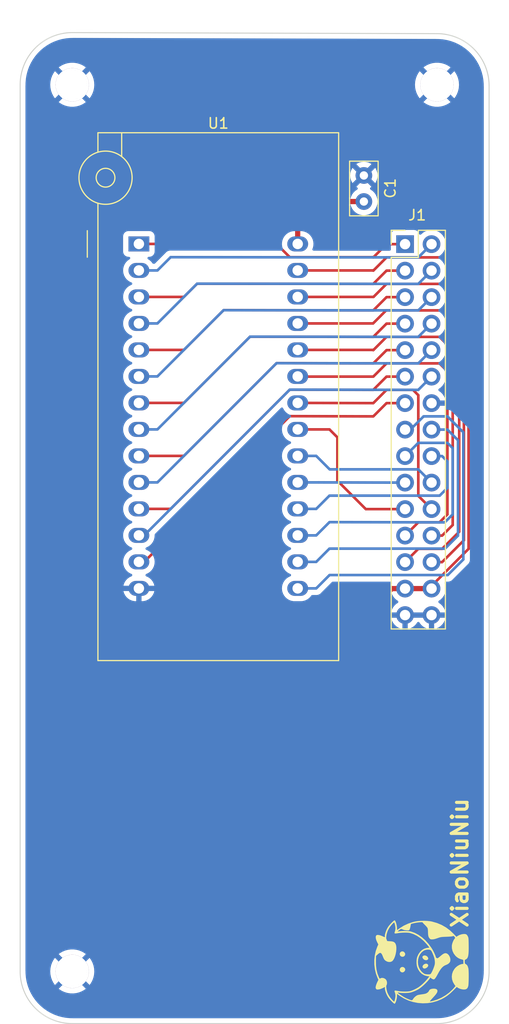
<source format=kicad_pcb>
(kicad_pcb (version 20201116) (generator pcbnew)
  (layers (0 "F.Cu" signal) (31 "B.Cu" signal) (34 "B.Paste" user) (35 "F.Paste" user) (36 "B.SilkS" user "B.Silkscreen") (37 "F.SilkS" user "F.Silkscreen") (38 "B.Mask" user) (39 "F.Mask" user) (44 "Edge.Cuts" user))
  (net 0 "")
  (net 1 "+5V")
  (net 2 "/A13")
  (net 3 "/A8")
  (net 4 "/A9")
  (net 5 "/A11")
  (net 6 "OE")
  (net 7 "/A10")
  (net 8 "CS")
  (net 9 "/D7")
  (net 10 "/D6")
  (net 11 "/D5")
  (net 12 "/D4")
  (net 13 "/D3")
  (net 14 "GND")
  (net 15 "/D2")
  (net 16 "/D1")
  (net 17 "/D0")
  (net 18 "/A0")
  (net 19 "/A1")
  (net 20 "/A2")
  (net 21 "/A3")
  (net 22 "/A4")
  (net 23 "/A5")
  (net 24 "/A6")
  (net 25 "/A7")
  (net 26 "/A12")
  (net 27 "/A14")
  (footprint "Logos:VerySmallCow" (layer "F.Cu") (at 129.5 118.1 90)
    (fp_text reference "XiaoNiuNiu" (at 9.5 3.7 90) (layer "F.SilkS") (effects (font (size 1.524 1.524) (thickness 0.3))))
    (fp_text value "LOGO" hide)
    (fp_poly (pts (xy 0.860799 -2.06454) (xy 0.94554 -2.009357) (xy 1.002926 -1.926687) (xy 1.024956 -1.827545) (xy 1.003631 -1.722943) (xy 0.94195 -1.634423) (xy 0.835669 -1.562606) (xy 0.723038 -1.548697) (xy 0.612022 -1.59366) (xy 0.611036 -1.594348) (xy 0.533216 -1.681325) (xy 0.501606 -1.788839) (xy 0.515058 -1.899642) (xy 0.572425 -1.996486) (xy 0.641253 -2.048393) (xy 0.756703 -2.081223)) (layer "F.SilkS") (width 0) (fill solid))
    (fp_poly (pts (xy -0.651099 -2.063236) (xy -0.563352 -2.013403) (xy -0.498777 -1.936634) (xy -0.468786 -1.840151) (xy -0.484791 -1.731176) (xy -0.498695 -1.70013) (xy -0.578736 -1.597979) (xy -0.678891 -1.549409) (xy -0.788349 -1.55614) (xy -0.8963 -1.619892) (xy -0.911639 -1.634423) (xy -0.9836 -1.740747) (xy -0.996673 -1.852832) (xy -0.950324 -1.964026) (xy -0.939249 -1.978908) (xy -0.850459 -2.05321) (xy -0.750605 -2.078912)) (layer "F.SilkS") (width 0) (fill solid))
    (fp_poly (pts (xy -0.387859 0.117826) (xy -0.283719 0.181951) (xy -0.207068 0.276038) (xy -0.163313 0.385063) (xy -0.157858 0.494) (xy -0.196108 0.587825) (xy -0.212172 0.606205) (xy -0.292122 0.658239) (xy -0.37742 0.654366) (xy -0.475737 0.594122) (xy -0.480615 0.590058) (xy -0.558677 0.499444) (xy -0.610844 0.390506) (xy -0.628159 0.285396) (xy -0.621255 0.24215) (xy -0.569263 0.161428) (xy -0.487384 0.115103) (xy -0.39717 0.114656)) (layer "F.SilkS") (width 0) (fill solid))
    (fp_poly (pts (xy 0.640521 -4.469991) (xy 1.065821 -4.374767) (xy 1.46632 -4.230513) (xy 1.499899 -4.215538) (xy 1.685681 -4.1313) (xy 1.880967 -4.231898) (xy 2.073661 -4.317766) (xy 2.24576 -4.368126) (xy 2.390864 -4.382513) (xy 2.502572 -4.360463) (xy 2.574483 -4.301512) (xy 2.584615 -4.282916) (xy 2.600786 -4.188609) (xy 2.58625 -4.057241) (xy 2.543915 -3.902196) (xy 2.476689 -3.736861) (xy 2.457532 -3.697841) (xy 2.410841 -3.591207) (xy 2.394498 -3.518599) (xy 2.408713 -3.48615) (xy 2.450674 -3.498081) (xy 2.512031 -3.508174) (xy 2.61536 -3.496189) (xy 2.747628 -3.465524) (xy 2.895797 -3.419576) (xy 3.046834 -3.361743) (xy 3.145174 -3.317045) (xy 3.287158 -3.242592) (xy 3.409309 -3.165238) (xy 3.529583 -3.071952) (xy 3.665937 -2.949703) (xy 3.713491 -2.904642) (xy 3.821002 -2.79794) (xy 3.910217 -2.701926) (xy 3.972784 -2.626147) (xy 4.00035 -2.580151) (xy 4.000955 -2.57608) (xy 3.972801 -2.532061) (xy 3.896239 -2.485091) (xy 3.78312 -2.43884) (xy 3.645292 -2.396981) (xy 3.494605 -2.363185) (xy 3.342909 -2.341124) (xy 3.220818 -2.334339) (xy 3.062042 -2.333891) (xy 3.225779 -2.105688) (xy 3.483063 -1.695315) (xy 3.688207 -1.25412) (xy 3.841045 -0.782487) (xy 3.884779 -0.598133) (xy 3.926378 -0.337788) (xy 3.949765 -0.042295) (xy 3.954985 0.26834) (xy 3.94208 0.574109) (xy 3.911095 0.855005) (xy 3.881284 1.014754) (xy 3.742653 1.499902) (xy 3.553764 1.951433) (xy 3.313737 2.370894) (xy 3.021694 2.759835) (xy 2.695196 3.102539) (xy 2.419204 3.362347) (xy 2.482218 3.450842) (xy 2.590636 3.647133) (xy 2.662606 3.871512) (xy 2.686386 4.031265) (xy 2.688564 4.181386) (xy 2.66399 4.289136) (xy 2.604928 4.369708) (xy 2.503643 4.43829) (xy 2.470287 4.455608) (xy 2.41965 4.479803) (xy 2.371045 4.498366) (xy 2.315582 4.512185) (xy 2.244369 4.52215) (xy 2.148517 4.52915) (xy 2.019135 4.534074) (xy 1.847333 4.537812) (xy 1.62422 4.541253) (xy 1.612371 4.541422) (xy 1.291201 4.54326) (xy 1.024809 4.538033) (xy 0.807637 4.524568) (xy 0.63413 4.501691) (xy 0.49873 4.468229) (xy 0.395882 4.423007) (xy 0.32003 4.364853) (xy 0.265616 4.292593) (xy 0.245566 4.252745) (xy 0.218526 4.199335) (xy 0.186172 4.171469) (xy 0.130496 4.161858) (xy 0.033489 4.163209) (xy 0.025144 4.16351) (xy -0.075977 4.169436) (xy -0.135502 4.184041) (xy -0.172452 4.21652) (xy -0.205267 4.2749) (xy -0.283866 4.374984) (xy -0.410121 4.451309) (xy -0.588642 4.506465) (xy -0.634711 4.515887) (xy -0.733008 4.527718) (xy -0.877971 4.536343) (xy -1.057772 4.541866) (xy -1.260586 4.544388) (xy -1.474586 4.544014) (xy -1.687946 4.540847) (xy -1.88884 4.53499) (xy -2.065442 4.526546) (xy -2.205926 4.515619) (xy -2.298465 4.502312) (xy -2.302736 4.501319) (xy -2.457804 4.445923) (xy -2.561407 4.363333) (xy -2.619239 4.246556) (xy -2.636993 4.09065) (xy -2.618351 3.905338) (xy -2.567732 3.71489) (xy -2.493097 3.545843) (xy -2.455815 3.48664) (xy -2.390842 3.395394) (xy -2.751298 3.038926) (xy -3.011438 2.764524) (xy -3.22711 2.496993) (xy -3.41005 2.220491) (xy -3.554357 1.955012) (xy -3.738921 1.517467) (xy -3.867477 1.063828) (xy -3.901714 0.846474) (xy -3.777637 0.846474) (xy -3.770639 0.897543) (xy -3.751399 0.987469) (xy -3.723465 1.106324) (xy -3.596652 1.519024) (xy -3.417689 1.924224) (xy -3.193296 2.311026) (xy -2.930193 2.668531) (xy -2.635101 2.985842) (xy -2.478379 3.125419) (xy -2.301956 3.27224) (xy -2.151013 3.163799) (xy -1.911008 3.026225) (xy -1.657838 2.944874) (xy -1.399064 2.919141) (xy -1.142247 2.948425) (xy -0.894949 3.03212) (xy -0.66473 3.169623) (xy -0.521428 3.293918) (xy -0.384066 3.458847) (xy -0.275363 3.644615) (xy -0.205762 3.831751) (xy -0.189867 3.912069) (xy -0.17388 4.031265) (xy 0.018569 4.031265) (xy 0.12344 4.029727) (xy 0.182971 4.021091) (xy 0.212432 3.999321) (xy 0.227093 3.958381) (xy 0.229472 3.947911) (xy 0.295195 3.717228) (xy 0.385169 3.527306) (xy 0.509382 3.359987) (xy 0.608168 3.25945) (xy 0.817949 3.101541) (xy 1.054248 2.990544) (xy 1.305349 2.930044) (xy 1.559539 2.923623) (xy 1.661169 2.937314) (xy 1.794713 2.971118) (xy 1.937127 3.021935) (xy 2.07106 3.082045) (xy 2.179161 3.14373) (xy 2.240907 3.195259) (xy 2.289858 3.235277) (xy 2.344128 3.231048) (xy 2.417833 3.180491) (xy 2.433662 3.166832) (xy 2.487493 3.112929) (xy 2.499631 3.07165) (xy 2.479609 3.023816) (xy 2.462297 2.961798) (xy 2.446905 2.842239) (xy 2.43372 2.668197) (xy 2.423032 2.442731) (xy 2.421835 2.409665) (xy 2.414571 2.213562) (xy 2.407098 2.064751) (xy 2.397344 1.949933) (xy 2.383238 1.85581) (xy 2.362707 1.769082) (xy 2.333681 1.67645) (xy 2.294087 1.564614) (xy 2.287277 1.545823) (xy 2.220761 1.344782) (xy 2.182478 1.183351) (xy 2.169503 1.050859) (xy 2.171345 0.946865) (xy 2.185773 0.880443) (xy 2.221008 0.828705) (xy 2.264077 0.787515) (xy 2.35554 0.721126) (xy 2.463581 0.676115) (xy 2.600754 0.649371) (xy 2.779618 0.637783) (xy 2.872871 0.636684) (xy 3.037209 0.631227) (xy 3.169426 0.61614) (xy 3.251749 0.594504) (xy 3.31534 0.554289) (xy 3.404674 0.481425) (xy 3.505015 0.388387) (xy 3.555992 0.336867) (xy 3.647151 0.245041) (xy 3.724951 0.172673) (xy 3.778767 0.129335) (xy 3.795383 0.121241) (xy 3.811423 0.093306) (xy 3.817274 0.016942) (xy 3.813867 -0.096686) (xy 3.802138 -0.236416) (xy 3.783018 -0.391085) (xy 3.757442 -0.54953) (xy 3.726848 -0.698419) (xy 3.697431 -0.821949) (xy 3.672533 -0.921112) (xy 3.655575 -0.98256) (xy 3.65062 -0.99579) (xy 3.618351 -1.005679) (xy 3.541471 -1.022218) (xy 3.435182 -1.042197) (xy 3.409835 -1.046653) (xy 3.286768 -1.072824) (xy 3.178106 -1.104342) (xy 3.105582 -1.134806) (xy 3.101097 -1.137586) (xy 3.062043 -1.166819) (xy 3.040066 -1.200985) (xy 3.031662 -1.255633) (xy 3.03333 -1.346312) (xy 3.037447 -1.420137) (xy 3.061436 -1.613925) (xy 3.108887 -1.762794) (xy 3.119051 -1.783667) (xy 3.155313 -1.870803) (xy 3.170387 -1.942303) (xy 3.167902 -1.964694) (xy 3.139823 -2.016145) (xy 3.090966 -2.088838) (xy 3.033734 -2.166242) (xy 2.980533 -2.231825) (xy 2.943768 -2.269057) (xy 2.937045 -2.272333) (xy 2.931328 -2.245973) (xy 2.935979 -2.177157) (xy 2.944754 -2.114141) (xy 2.964609 -1.944062) (xy 2.975342 -1.746114) (xy 2.977211 -1.537366) (xy 2.970473 -1.334888) (xy 2.955387 -1.155747) (xy 2.932211 -1.017012) (xy 2.927916 -1.000239) (xy 2.797639 -0.63526) (xy 2.610335 -0.279726) (xy 2.369358 0.062337) (xy 2.078059 0.386901) (xy 1.73979 0.689936) (xy 1.357903 0.967415) (xy 1.216022 1.056861) (xy 1.097494 1.123905) (xy 0.959499 1.19433) (xy 0.815367 1.262212) (xy 0.678431 1.321627) (xy 0.562022 1.36665) (xy 0.479472 1.391359) (xy 0.456698 1.394272) (xy 0.418931 1.419566) (xy 0.38309 1.478236) (xy 0.364177 1.544465) (xy 0.363723 1.554288) (xy 0.382893 1.594008) (xy 0.434481 1.666239) (xy 0.509604 1.759116) (xy 0.563775 1.821496) (xy 0.692211 1.974072) (xy 0.77868 2.098964) (xy 0.828759 2.206095) (xy 0.848028 2.305391) (xy 0.848688 2.328434) (xy 0.820427 2.449155) (xy 0.743571 2.560023) (xy 0.630011 2.655229) (xy 0.491638 2.728961) (xy 0.340343 2.775409) (xy 0.188017 2.788764) (xy 0.04655 2.763213) (xy 0.000062 2.74311) (xy -0.105372 2.661705) (xy -0.199659 2.540649) (xy -0.266845 2.400722) (xy -0.269859 2.391578) (xy -0.333221 2.239178) (xy -0.424658 2.099464) (xy -0.550372 1.966772) (xy -0.716566 1.835436) (xy -0.92944 1.699794) (xy -1.175612 1.564363) (xy -1.378718 1.452641) (xy -1.526322 1.357999) (xy -1.620585 1.278801) (xy -1.663665 1.213413) (xy -1.667064 1.192148) (xy -1.650601 1.113179) (xy -1.610249 1.021385) (xy -1.559569 0.943644) (xy -1.525931 0.912403) (xy -1.487169 0.883907) (xy -1.50098 0.861118) (xy -1.523706 0.846837) (xy -1.662638 0.749447) (xy -1.824872 0.612843) (xy -1.999653 0.447961) (xy -2.176224 0.265732) (xy -2.343828 0.077093) (xy -2.491707 -0.107022) (xy -2.571804 -0.218571) (xy -2.656771 -0.362922) (xy -2.745068 -0.544764) (xy -2.827421 -0.742293) (xy -2.894553 -0.933705) (xy -2.928826 -1.057925) (xy -2.950225 -1.191943) (xy -2.964519 -1.366993) (xy -2.971447 -1.563875) (xy -2.970747 -1.763388) (xy -2.962159 -1.946331) (xy -2.94542 -2.093504) (xy -2.943094 -2.106558) (xy -2.927626 -2.197426) (xy -2.923884 -2.252804) (xy -2.935471 -2.270087) (xy -2.965994 -2.24667) (xy -3.019058 -2.179948) (xy -3.098268 -2.067317) (xy -3.194784 -1.924702) (xy -3.353865 -1.672188) (xy -3.480111 -1.433327) (xy -3.586915 -1.182557) (xy -3.595572 -1.15975) (xy -3.641461 -1.029664) (xy -3.661126 -0.941696) (xy -3.653199 -0.882668) (xy -3.616312 -0.839406) (xy -3.558582 -0.803794) (xy -3.439635 -0.719808) (xy -3.324589 -0.604753) (xy -3.228761 -0.476912) (xy -3.167473 -0.354569) (xy -3.159453 -0.327438) (xy -3.140647 -0.235789) (xy -3.118888 -0.107599) (xy -3.098115 0.033446) (xy -3.092902 0.072864) (xy -3.071785 0.209534) (xy -3.045997 0.336422) (xy -3.020156 0.431706) (xy -3.01272 0.451742) (xy -2.94392 0.573595) (xy -2.854427 0.673167) (xy -2.759771 0.734105) (xy -2.737796 0.741218) (xy -2.663866 0.788463) (xy -2.607527 0.879228) (xy -2.569769 0.999097) (xy -2.551584 1.133656) (xy -2.553961 1.268488) (xy -2.577892 1.38918) (xy -2.624364 1.481317) (xy -2.683816 1.526995) (xy -2.764525 1.54483) (xy -2.851231 1.534631) (xy -2.950398 1.492788) (xy -3.068491 1.415688) (xy -3.211974 1.29972) (xy -3.387313 1.141273) (xy -3.406534 1.123249) (xy -3.522995 1.015546) (xy -3.625052 0.924544) (xy -3.70415 0.857615) (xy -3.751732 0.822131) (xy -3.760355 0.818377) (xy -3.773755 0.823629) (xy -3.777637 0.846474) (xy -3.901714 0.846474) (xy -3.940565 0.599841) (xy -3.958726 0.131253) (xy -3.922502 -0.336189) (xy -3.832432 -0.796738) (xy -3.689058 -1.244648) (xy -3.492922 -1.674172) (xy -3.244562 -2.079564) (xy -3.164265 -2.189917) (xy -3.055528 -2.333891) (xy -3.217561 -2.334339) (xy -3.361752 -2.343352) (xy -3.514821 -2.367214) (xy -3.664969 -2.402283) (xy -3.800396 -2.444918) (xy -3.909304 -2.491478) (xy -3.979893 -2.538322) (xy -4.000954 -2.57608) (xy -3.980697 -2.614859) (xy -3.788783 -2.614859) (xy -3.761119 -2.590686) (xy -3.687981 -2.563191) (xy -3.584147 -2.535716) (xy -3.464397 -2.511599) (xy -3.343509 -2.494182) (xy -3.236262 -2.486805) (xy -3.222059 -2.486772) (xy -3.1027 -2.497491) (xy -2.983991 -2.522571) (xy -2.95525 -2.531781) (xy -2.85014 -2.566782) (xy -2.780962 -2.577448) (xy -2.743431 -2.556844) (xy -2.733263 -2.498033) (xy -2.746172 -2.394079) (xy -2.776814 -2.24296) (xy -2.802168 -2.084319) (xy -2.819416 -1.892808) (xy -2.828326 -1.68554) (xy -2.828663 -1.479627) (xy -2.820193 -1.29218) (xy -2.802684 -1.140312) (xy -2.792557 -1.09117) (xy -2.739663 -0.924922) (xy -2.659704 -0.730737) (xy -2.562233 -0.528986) (xy -2.456806 -0.340042) (xy -2.394596 -0.242608) (xy -2.256348 -0.059827) (xy -2.082 0.138839) (xy -1.886923 0.337247) (xy -1.686484 0.519253) (xy -1.606444 0.585289) (xy -1.379117 0.766747) (xy -1.365025 0.655245) (xy -1.182214 0.655245) (xy -1.178867 0.774027) (xy -1.164838 0.858066) (xy -1.163088 0.862964) (xy -1.122852 0.905784) (xy -1.036151 0.961888) (xy -0.914295 1.026202) (xy -0.768593 1.093655) (xy -0.610354 1.159171) (xy -0.450887 1.217679) (xy -0.301502 1.264104) (xy -0.227327 1.282741) (xy -0.074762 1.298944) (xy 0.110649 1.290823) (xy 0.306851 1.259754) (xy 0.366452 1.245669) (xy 0.501018 1.205015) (xy 0.654467 1.149188) (xy 0.809934 1.085335) (xy 0.950551 1.0206) (xy 1.059453 0.962132) (xy 1.100413 0.934701) (xy 1.156272 0.856684) (xy 1.185837 0.739316) (xy 1.189729 0.597562) (xy 1.168566 0.446389) (xy 1.122969 0.300763) (xy 1.069948 0.199281) (xy 0.912798 0.011086) (xy 0.718996 -0.136581) (xy 0.497524 -0.243093) (xy 0.257367 -0.307821) (xy 0.00751 -0.330138) (xy -0.243065 -0.309418) (xy -0.485371 -0.245032) (xy -0.710427 -0.136353) (xy -0.909246 0.017247) (xy -0.94961 0.058237) (xy -1.031265 0.153967) (xy -1.100353 0.249824) (xy -1.138449 0.317925) (xy -1.160977 0.404446) (xy -1.175908 0.524469) (xy -1.182214 0.655245) (xy -1.365025 0.655245) (xy -1.357049 0.592145) (xy -1.329759 0.457999) (xy -1.285609 0.316161) (xy -1.261257 0.256505) (xy -1.127964 0.034933) (xy -0.94685 -0.151002) (xy -0.716852 -0.302211) (xy -0.497697 -0.398513) (xy -0.319633 -0.443247) (xy -0.107943 -0.465441) (xy 0.114724 -0.465095) (xy 0.325718 -0.442209) (xy 0.497697 -0.398513) (xy 0.757392 -0.2785) (xy 0.976093 -0.124794) (xy 1.149617 0.05786) (xy 1.273786 0.264719) (xy 1.344417 0.491038) (xy 1.355827 0.575195) (xy 1.367719 0.671252) (xy 1.381988 0.737384) (xy 1.393501 0.757756) (xy 1.423599 0.7394) (xy 1.490226 0.689351) (xy 1.58369 0.615144) (xy 1.694298 0.52431) (xy 1.700121 0.519453) (xy 2.019453 0.222667) (xy 2.291427 -0.093618) (xy 2.51274 -0.424454) (xy 2.680087 -0.764892) (xy 2.790165 -1.109984) (xy 2.791271 -1.11477) (xy 2.809315 -1.238959) (xy 2.819035 -1.406483) (xy 2.820692 -1.600665) (xy 2.814552 -1.804831) (xy 2.800878 -2.002305) (xy 2.779935 -2.176412) (xy 2.773895 -2.21265) (xy 2.746203 -2.375206) (xy 2.733919 -2.485347) (xy 2.741095 -2.550205) (xy 2.771785 -2.576913) (xy 2.830042 -2.572602) (xy 2.919919 -2.544407) (xy 2.955251 -2.531781) (xy 3.064748 -2.503894) (xy 3.188751 -2.488029) (xy 3.22206 -2.486772) (xy 3.325933 -2.492328) (xy 3.445698 -2.508432) (xy 3.566576 -2.531744) (xy 3.673787 -2.558924) (xy 3.752552 -2.586631) (xy 3.788093 -2.611526) (xy 3.788783 -2.614859) (xy 3.7659 -2.657183) (xy 3.704165 -2.7256) (xy 3.613953 -2.810822) (xy 3.505637 -2.903561) (xy 3.389591 -2.994529) (xy 3.276189 -3.074439) (xy 3.273509 -3.076194) (xy 2.99458 -3.227227) (xy 2.698805 -3.324093) (xy 2.485442 -3.361018) (xy 2.355667 -3.373299) (xy 2.269407 -3.372151) (xy 2.210885 -3.356768) (xy 2.190983 -3.345995) (xy 2.116807 -3.313105) (xy 2.06578 -3.303819) (xy 2.038186 -3.298085) (xy 2.019947 -3.273405) (xy 2.008258 -3.218559) (xy 2.000316 -3.122328) (xy 1.995389 -3.02214) (xy 1.979431 -2.834443) (xy 1.946918 -2.694896) (xy 1.8926 -2.592094) (xy 1.81123 -2.514629) (xy 1.74284 -2.473243) (xy 1.596854 -2.422633) (xy 1.414145 -2.398967) (xy 1.206417 -2.39985) (xy 0.985373 -2.422889) (xy 0.762716 -2.46569) (xy 0.550149 -2.52586) (xy 0.359375 -2.601006) (xy 0.202097 -2.688732) (xy 0.090018 -2.786646) (xy 0.068198 -2.81576) (xy 0.01017 -2.955414) (xy 0.001158 -3.11366) (xy 0.038732 -3.27703) (xy 0.120459 -3.432056) (xy 0.195635 -3.521498) (xy 0.263516 -3.571076) (xy 0.368144 -3.627412) (xy 0.488371 -3.679283) (xy 0.503787 -3.68502) (xy 0.680577 -3.756698) (xy 0.799837 -3.82483) (xy 0.863986 -3.894854) (xy 0.875445 -3.972208) (xy 0.836634 -4.062329) (xy 0.749974 -4.170657) (xy 0.729597 -4.192387) (xy 0.580197 -4.349002) (xy 0.123173 -4.360149) (xy -0.331296 -4.351374) (xy -0.743844 -4.301419) (xy -1.117565 -4.209704) (xy -1.455557 -4.075647) (xy -1.493729 -4.056755) (xy -1.564071 -4.018164) (xy -1.588444 -3.989013) (xy -1.575778 -3.953032) (xy -1.561927 -3.93249) (xy -1.521446 -3.826231) (xy -1.522087 -3.697551) (xy -1.560072 -3.56476) (xy -1.631625 -3.446169) (xy -1.670736 -3.405038) (xy -1.789189 -3.333137) (xy -1.935637 -3.295758) (xy -2.084555 -3.29895) (xy -2.102691 -3.302643) (xy -2.184732 -3.326314) (xy -2.240548 -3.351329) (xy -2.247186 -3.356542) (xy -2.294138 -3.369266) (xy -2.384898 -3.368547) (xy -2.504655 -3.356379) (xy -2.638596 -3.334755) (xy -2.771906 -3.30567) (xy -2.889773 -3.271116) (xy -2.89463 -3.26941) (xy -3.015973 -3.218007) (xy -3.154925 -3.146817) (xy -3.273508 -3.076194) (xy -3.386714 -2.996675) (xy -3.50282 -2.905868) (xy -3.611451 -2.813061) (xy -3.702236 -2.727542) (xy -3.764799 -2.658598) (xy -3.788768 -2.615517) (xy -3.788783 -2.614859) (xy -3.980697 -2.614859) (xy -3.979979 -2.616233) (xy -3.922621 -2.687748) (xy -3.837234 -2.781077) (xy -3.732171 -2.886671) (xy -3.713491 -2.904642) (xy -3.568654 -3.038322) (xy -3.445377 -3.139064) (xy -3.325703 -3.219898) (xy -3.191674 -3.293855) (xy -3.145174 -3.317045) (xy -2.976629 -3.390774) (xy -2.808436 -3.448749) (xy -2.653694 -3.4877) (xy -2.5255 -3.504356) (xy -2.436953 -3.495444) (xy -2.434495 -3.494538) (xy -2.400193 -3.491447) (xy -2.399313 -3.503583) (xy -2.418123 -3.542492) (xy -2.456026 -3.62042) (xy -2.505505 -3.721918) (xy -2.515687 -3.742784) (xy -2.602 -3.9642) (xy -2.63142 -4.126293) (xy -2.636126 -4.226041) (xy -2.627861 -4.285256) (xy -2.600523 -4.323634) (xy -2.561443 -4.352162) (xy -2.506127 -4.381998) (xy -2.448976 -4.391506) (xy -2.367554 -4.382326) (xy -2.307954 -4.370664) (xy -2.192604 -4.338359) (xy -2.05402 -4.287644) (xy -1.92202 -4.229443) (xy -1.920877 -4.228881) (xy -1.704881 -4.122594) (xy -1.509499 -4.211185) (xy -1.109548 -4.360889) (xy -0.684614 -4.461635) (xy -0.244654 -4.513411) (xy 0.200377 -4.516201)) (layer "F.SilkS") (width 0) (fill solid))
    (fp_poly (pts (xy 0.506748 0.099096) (xy 0.561829 0.137845) (xy 0.575895 0.151551) (xy 0.625855 0.240497) (xy 0.632601 0.34987) (xy 0.600519 0.462558) (xy 0.533994 0.561448) (xy 0.455646 0.620847) (xy 0.361378 0.65965) (xy 0.29364 0.657328) (xy 0.233223 0.612536) (xy 0.226057 0.604802) (xy 0.178888 0.511536) (xy 0.177097 0.400448) (xy 0.215853 0.28768) (xy 0.290323 0.189377) (xy 0.366719 0.134847) (xy 0.44968 0.098733)) (layer "F.SilkS") (width 0) (fill solid))
  )
  (footprint "MountingHole:MountingHole_3.2mm_M3" (layer "F.Cu") (at 131 34)
    (fp_text reference "H3")
    (fp_text value "MountingHole_Pad")
    (pad "1" thru_hole circle (at 0 0) (size 3.2 3.2) (drill 3.2) (layers *.Cu *.Mask) (net 14 "GND"))
  )
  (footprint "MountingHole:MountingHole_3.2mm_M3" (layer "F.Cu") (at 96 34)
    (fp_text reference "H1")
    (fp_text value "MountingHole_Pad")
    (pad "" thru_hole circle (at 0 0) (size 3.2 3.2) (drill 3.2) (layers *.Cu *.Mask) (net 14 "GND"))
  )
  (footprint "Connector_PinHeader_2.54mm:PinHeader_2x15_P2.54mm_Vertical" (layer "F.Cu") (at 127.936 49.28)
    (fp_text reference "J1" (at 1.164 -2.78) (layer "F.SilkS"))
    (fp_text value "ROM")
    (fp_line (start -1.33 1.27) (end -1.33 36.89) (layer "F.SilkS") (width 0.12))
    (fp_line (start 1.27 1.27) (end 1.27 -1.33) (layer "F.SilkS") (width 0.12))
    (fp_line (start -1.33 0) (end -1.33 -1.33) (layer "F.SilkS") (width 0.12))
    (fp_line (start -1.33 1.27) (end 1.27 1.27) (layer "F.SilkS") (width 0.12))
    (fp_line (start 3.87 -1.33) (end 3.87 36.89) (layer "F.SilkS") (width 0.12))
    (fp_line (start -1.33 -1.33) (end 0 -1.33) (layer "F.SilkS") (width 0.12))
    (fp_line (start 1.27 -1.33) (end 3.87 -1.33) (layer "F.SilkS") (width 0.12))
    (fp_line (start -1.33 36.89) (end 3.87 36.89) (layer "F.SilkS") (width 0.12))
    (pad "1" thru_hole rect (at 0 0) (size 1.7 1.7) (drill 1) (layers *.Cu *.Mask) (net 27 "/A14"))
    (pad "2" thru_hole oval (at 2.54 0) (size 1.7 1.7) (drill 1) (layers *.Cu *.Mask) (net 26 "/A12"))
    (pad "3" thru_hole oval (at 0 2.54) (size 1.7 1.7) (drill 1) (layers *.Cu *.Mask) (net 25 "/A7"))
    (pad "4" thru_hole oval (at 2.54 2.54) (size 1.7 1.7) (drill 1) (layers *.Cu *.Mask) (net 24 "/A6"))
    (pad "5" thru_hole oval (at 0 5.08) (size 1.7 1.7) (drill 1) (layers *.Cu *.Mask) (net 23 "/A5"))
    (pad "6" thru_hole oval (at 2.54 5.08) (size 1.7 1.7) (drill 1) (layers *.Cu *.Mask) (net 22 "/A4"))
    (pad "7" thru_hole oval (at 0 7.62) (size 1.7 1.7) (drill 1) (layers *.Cu *.Mask) (net 21 "/A3"))
    (pad "8" thru_hole oval (at 2.54 7.62) (size 1.7 1.7) (drill 1) (layers *.Cu *.Mask) (net 20 "/A2"))
    (pad "9" thru_hole oval (at 0 10.16) (size 1.7 1.7) (drill 1) (layers *.Cu *.Mask) (net 19 "/A1"))
    (pad "10" thru_hole oval (at 2.54 10.16) (size 1.7 1.7) (drill 1) (layers *.Cu *.Mask) (net 18 "/A0"))
    (pad "11" thru_hole oval (at 0 12.7) (size 1.7 1.7) (drill 1) (layers *.Cu *.Mask) (net 17 "/D0"))
    (pad "12" thru_hole oval (at 2.54 12.7) (size 1.7 1.7) (drill 1) (layers *.Cu *.Mask) (net 16 "/D1"))
    (pad "13" thru_hole oval (at 0 15.24) (size 1.7 1.7) (drill 1) (layers *.Cu *.Mask) (net 15 "/D2"))
    (pad "14" thru_hole oval (at 2.54 15.24) (size 1.7 1.7) (drill 1) (layers *.Cu *.Mask) (net 14 "GND"))
    (pad "15" thru_hole oval (at 0 17.78) (size 1.7 1.7) (drill 1) (layers *.Cu *.Mask) (net 13 "/D3"))
    (pad "16" thru_hole oval (at 2.54 17.78) (size 1.7 1.7) (drill 1) (layers *.Cu *.Mask) (net 12 "/D4"))
    (pad "17" thru_hole oval (at 0 20.32) (size 1.7 1.7) (drill 1) (layers *.Cu *.Mask) (net 11 "/D5"))
    (pad "18" thru_hole oval (at 2.54 20.32) (size 1.7 1.7) (drill 1) (layers *.Cu *.Mask) (net 10 "/D6"))
    (pad "19" thru_hole oval (at 0 22.86) (size 1.7 1.7) (drill 1) (layers *.Cu *.Mask) (net 9 "/D7"))
    (pad "20" thru_hole oval (at 2.54 22.86) (size 1.7 1.7) (drill 1) (layers *.Cu *.Mask) (net 8 "CS"))
    (pad "21" thru_hole oval (at 0 25.4) (size 1.7 1.7) (drill 1) (layers *.Cu *.Mask) (net 7 "/A10"))
    (pad "22" thru_hole oval (at 2.54 25.4) (size 1.7 1.7) (drill 1) (layers *.Cu *.Mask) (net 6 "OE"))
    (pad "23" thru_hole oval (at 0 27.94) (size 1.7 1.7) (drill 1) (layers *.Cu *.Mask) (net 5 "/A11"))
    (pad "24" thru_hole oval (at 2.54 27.94) (size 1.7 1.7) (drill 1) (layers *.Cu *.Mask) (net 4 "/A9"))
    (pad "25" thru_hole oval (at 0 30.48) (size 1.7 1.7) (drill 1) (layers *.Cu *.Mask) (net 3 "/A8"))
    (pad "26" thru_hole oval (at 2.54 30.48) (size 1.7 1.7) (drill 1) (layers *.Cu *.Mask) (net 2 "/A13"))
    (pad "27" thru_hole oval (at 0 33.02) (size 1.7 1.7) (drill 1) (layers *.Cu *.Mask) (net 1 "+5V"))
    (pad "28" thru_hole oval (at 2.54 33.02) (size 1.7 1.7) (drill 1) (layers *.Cu *.Mask) (net 1 "+5V"))
    (pad "29" thru_hole oval (at 0 35.56) (size 1.7 1.7) (drill 1) (layers *.Cu *.Mask) (net 14 "GND"))
    (pad "30" thru_hole oval (at 2.54 35.56) (size 1.7 1.7) (drill 1) (layers *.Cu *.Mask) (net 14 "GND"))
  )
  (footprint "MountingHole:MountingHole_3.2mm_M3" (layer "F.Cu") (at 96 119)
    (fp_text reference "H2")
    (fp_text value "MountingHole_Pad")
    (pad "" thru_hole circle (at 0 0) (size 3.2 3.2) (drill 3.2) (layers *.Cu *.Mask) (net 14 "GND"))
  )
  (footprint "Capacitor_THT:C_Disc_D5.0mm_W2.5mm_P2.50mm" (layer "F.Cu") (at 123.983 45.196 90)
    (fp_text reference "C1" (at 1.27 2.54 90) (layer "F.SilkS"))
    (fp_text value "100nF")
    (fp_line (start -1.37 -1.37) (end -1.37 1.37) (layer "F.SilkS") (width 0.12))
    (fp_line (start -1.37 -1.37) (end 3.87 -1.37) (layer "F.SilkS") (width 0.12))
    (fp_line (start 3.87 -1.37) (end 3.87 1.37) (layer "F.SilkS") (width 0.12))
    (fp_line (start -1.37 1.37) (end 3.87 1.37) (layer "F.SilkS") (width 0.12))
    (pad "1" thru_hole circle (at 0 0 90) (size 1.6 1.6) (drill 0.8) (layers *.Cu *.Mask) (net 1 "+5V"))
    (pad "2" thru_hole circle (at 2.5 0 90) (size 1.6 1.6) (drill 0.8) (layers *.Cu *.Mask) (net 14 "GND"))
  )
  (footprint "Socket:DIP_Socket-28_W11.9_W12.7_W15.24_W17.78_W18.5_3M_228-1277-00-0602J" (layer "F.Cu") (at 102.393 49.26)
    (fp_text reference "U1" (at 7.62 -11.56) (layer "F.SilkS"))
    (fp_text value "28C256")
    (fp_line (start 19.17 -10.66) (end -3.93 -10.66) (layer "F.SilkS") (width 0.12))
    (fp_line (start -4.95 1.27) (end -4.95 -1.27) (layer "F.SilkS") (width 0.12))
    (fp_line (start 19.17 39.94) (end 19.17 -10.66) (layer "F.SilkS") (width 0.12))
    (fp_line (start -3.93 -3.9) (end -3.93 39.94) (layer "F.SilkS") (width 0.12))
    (fp_line (start -3.93 -10.66) (end -3.93 -8.8) (layer "F.SilkS") (width 0.12))
    (fp_line (start -1.65 -10.66) (end -1.65 -8.4) (layer "F.SilkS") (width 0.12))
    (fp_line (start -3.93 39.94) (end 19.17 39.94) (layer "F.SilkS") (width 0.12))
    (fp_circle (center -3.2 -6.35) (end -0.65 -6.35) (layer "F.SilkS") (width 0.12) (fill none))
    (fp_circle (center -3.2 -6.35) (end -2.3 -6.35) (layer "F.SilkS") (width 0.12) (fill none))
    (pad "1" thru_hole rect (at 0 0) (size 2 1.44) (drill 1) (layers *.Cu *.Mask) (net 27 "/A14"))
    (pad "2" thru_hole oval (at 0 2.54) (size 2 1.44) (drill 1) (layers *.Cu *.Mask) (net 26 "/A12"))
    (pad "3" thru_hole oval (at 0 5.08) (size 2 1.44) (drill 1) (layers *.Cu *.Mask) (net 25 "/A7"))
    (pad "4" thru_hole oval (at 0 7.62) (size 2 1.44) (drill 1) (layers *.Cu *.Mask) (net 24 "/A6"))
    (pad "5" thru_hole oval (at 0 10.16) (size 2 1.44) (drill 1) (layers *.Cu *.Mask) (net 23 "/A5"))
    (pad "6" thru_hole oval (at 0 12.7) (size 2 1.44) (drill 1) (layers *.Cu *.Mask) (net 22 "/A4"))
    (pad "7" thru_hole oval (at 0 15.24) (size 2 1.44) (drill 1) (layers *.Cu *.Mask) (net 21 "/A3"))
    (pad "8" thru_hole oval (at 0 17.78) (size 2 1.44) (drill 1) (layers *.Cu *.Mask) (net 20 "/A2"))
    (pad "9" thru_hole oval (at 0 20.32) (size 2 1.44) (drill 1) (layers *.Cu *.Mask) (net 19 "/A1"))
    (pad "10" thru_hole oval (at 0 22.86) (size 2 1.44) (drill 1) (layers *.Cu *.Mask) (net 18 "/A0"))
    (pad "11" thru_hole oval (at 0 25.4) (size 2 1.44) (drill 1) (layers *.Cu *.Mask) (net 17 "/D0"))
    (pad "12" thru_hole oval (at 0 27.94) (size 2 1.44) (drill 1) (layers *.Cu *.Mask) (net 16 "/D1"))
    (pad "13" thru_hole oval (at 0 30.48) (size 2 1.44) (drill 1) (layers *.Cu *.Mask) (net 15 "/D2"))
    (pad "14" thru_hole oval (at 0 33.02) (size 2 1.44) (drill 1) (layers *.Cu *.Mask) (net 14 "GND"))
    (pad "15" thru_hole oval (at 15.24 33.02) (size 2 1.44) (drill 1) (layers *.Cu *.Mask) (net 13 "/D3"))
    (pad "16" thru_hole oval (at 15.24 30.48) (size 2 1.44) (drill 1) (layers *.Cu *.Mask) (net 12 "/D4"))
    (pad "17" thru_hole oval (at 15.24 27.94) (size 2 1.44) (drill 1) (layers *.Cu *.Mask) (net 11 "/D5"))
    (pad "18" thru_hole oval (at 15.24 25.4) (size 2 1.44) (drill 1) (layers *.Cu *.Mask) (net 10 "/D6"))
    (pad "19" thru_hole oval (at 15.24 22.86) (size 2 1.44) (drill 1) (layers *.Cu *.Mask) (net 9 "/D7"))
    (pad "20" thru_hole oval (at 15.24 20.32) (size 2 1.44) (drill 1) (layers *.Cu *.Mask) (net 8 "CS"))
    (pad "21" thru_hole oval (at 15.24 17.78) (size 2 1.44) (drill 1) (layers *.Cu *.Mask) (net 7 "/A10"))
    (pad "22" thru_hole oval (at 15.24 15.24) (size 2 1.44) (drill 1) (layers *.Cu *.Mask) (net 6 "OE"))
    (pad "23" thru_hole oval (at 15.24 12.7) (size 2 1.44) (drill 1) (layers *.Cu *.Mask) (net 5 "/A11"))
    (pad "24" thru_hole oval (at 15.24 10.16) (size 2 1.44) (drill 1) (layers *.Cu *.Mask) (net 4 "/A9"))
    (pad "25" thru_hole oval (at 15.24 7.62) (size 2 1.44) (drill 1) (layers *.Cu *.Mask) (net 3 "/A8"))
    (pad "26" thru_hole oval (at 15.24 5.08) (size 2 1.44) (drill 1) (layers *.Cu *.Mask) (net 2 "/A13"))
    (pad "27" thru_hole oval (at 15.24 2.54) (size 2 1.44) (drill 1) (layers *.Cu *.Mask) (net 1 "+5V"))
    (pad "28" thru_hole oval (at 15.24 0) (size 2 1.44) (drill 1) (layers *.Cu *.Mask) (net 1 "+5V"))
  )
  (gr_line (start 136 34.1) (end 136 119) (layer "Edge.Cuts") (width 0.1))
  (gr_arc (start 131 34.1) (end 136 34.1) (angle -90) (layer "Edge.Cuts") (width 0.1))
  (gr_line (start 131 124) (end 96 124) (layer "Edge.Cuts") (width 0.1))
  (gr_arc (start 96 119) (end 91 119) (angle -90) (layer "Edge.Cuts") (width 0.1))
  (gr_arc (start 131 119) (end 131 124) (angle -90) (layer "Edge.Cuts") (width 0.1))
  (gr_arc (start 96 34) (end 91 34) (angle 90) (layer "Edge.Cuts") (width 0.1))
  (gr_line (start 96 29) (end 131 29.1) (layer "Edge.Cuts") (width 0.1))
  (gr_line (start 91 119) (end 91 34) (layer "Edge.Cuts") (width 0.1))
  (segment (start 124.868 51.8) (end 124.888 51.82) (width 0.25) (layer "F.Cu") (net 1))
  (segment (start 130.476 82.3) (end 127.936 82.3) (width 0.5) (layer "F.Cu") (net 1))
  (segment (start 133.524 50.55) (end 134.032 51.058) (width 0.25) (layer "F.Cu") (net 1))
  (segment (start 100.869 47.736) (end 100.107 48.498) (width 0.5) (layer "F.Cu") (net 1))
  (segment (start 134.032 78.49) (end 130.476 82.046) (width 0.25) (layer "F.Cu") (net 1))
  (segment (start 126.666 82.3) (end 127.936 82.3) (width 0.5) (layer "F.Cu") (net 1))
  (segment (start 124.888 51.82) (end 126.158 50.55) (width 0.25) (layer "F.Cu") (net 1))
  (segment (start 134.032 51.058) (end 134.032 78.49) (width 0.25) (layer "F.Cu") (net 1))
  (segment (start 120.173 45.196) (end 117.633 47.736) (width 0.5) (layer "F.Cu") (net 1))
  (segment (start 117.633 49.26) (end 117.633 47.736) (width 0.5) (layer "F.Cu") (net 1))
  (segment (start 117.633 47.736) (end 100.869 47.736) (width 0.5) (layer "F.Cu") (net 1))
  (segment (start 100.107 48.498) (end 100.107 83.042) (width 0.5) (layer "F.Cu") (net 1))
  (segment (start 123.983 45.196) (end 120.173 45.196) (width 0.5) (layer "F.Cu") (net 1))
  (segment (start 117.633 51.8) (end 124.868 51.8) (width 0.25) (layer "F.Cu") (net 1))
  (segment (start 100.107 83.042) (end 101.123 84.058) (width 0.5) (layer "F.Cu") (net 1))
  (segment (start 126.158 50.55) (end 133.524 50.55) (width 0.25) (layer "F.Cu") (net 1))
  (segment (start 124.888 84.078) (end 126.666 82.3) (width 0.5) (layer "F.Cu") (net 1))
  (segment (start 101.123 84.058) (end 124.888 84.078) (width 0.5) (layer "F.Cu") (net 1))
  (segment (start 133.58199 54.67199) (end 133.58199 77.67001) (width 0.25) (layer "F.Cu") (net 2))
  (segment (start 132 53.09) (end 133.58199 54.67199) (width 0.25) (layer "F.Cu") (net 2))
  (segment (start 133.58199 77.67001) (end 131.492 79.76) (width 0.25) (layer "F.Cu") (net 2))
  (segment (start 124.908 54.34) (end 126.158 53.09) (width 0.25) (layer "F.Cu") (net 2))
  (segment (start 117.633 54.34) (end 124.908 54.34) (width 0.25) (layer "F.Cu") (net 2))
  (segment (start 126.158 53.09) (end 132 53.09) (width 0.25) (layer "F.Cu") (net 2))
  (segment (start 131.492 79.76) (end 130.476 79.76) (width 0.25) (layer "F.Cu") (net 2))
  (segment (start 133.13198 76.85002) (end 131.492 78.49) (width 0.25) (layer "F.Cu") (net 3))
  (segment (start 124.868 56.88) (end 126.118 55.63) (width 0.25) (layer "F.Cu") (net 3))
  (segment (start 129.206 78.49) (end 127.936 79.76) (width 0.25) (layer "F.Cu") (net 3))
  (segment (start 126.118 55.63) (end 132 55.63) (width 0.25) (layer "F.Cu") (net 3))
  (segment (start 133.13198 56.76198) (end 133.13198 76.85002) (width 0.25) (layer "F.Cu") (net 3))
  (segment (start 117.633 56.88) (end 124.868 56.88) (width 0.25) (layer "F.Cu") (net 3))
  (segment (start 132 55.63) (end 133.13198 56.76198) (width 0.25) (layer "F.Cu") (net 3))
  (segment (start 131.492 78.49) (end 129.206 78.49) (width 0.25) (layer "F.Cu") (net 3))
  (segment (start 124.868 59.42) (end 124.888 59.44) (width 0.25) (layer "F.Cu") (net 4))
  (segment (start 131.238 58.17) (end 132.508 59.44) (width 0.25) (layer "F.Cu") (net 4))
  (segment (start 117.633 59.42) (end 124.868 59.42) (width 0.25) (layer "F.Cu") (net 4))
  (segment (start 126.158 58.17) (end 131.238 58.17) (width 0.25) (layer "F.Cu") (net 4))
  (segment (start 132.508 59.44) (end 132.508 76.204) (width 0.25) (layer "F.Cu") (net 4))
  (segment (start 124.888 59.44) (end 126.158 58.17) (width 0.25) (layer "F.Cu") (net 4))
  (segment (start 132.508 76.204) (end 131.492 77.22) (width 0.25) (layer "F.Cu") (net 4))
  (segment (start 131.492 77.22) (end 130.476 77.22) (width 0.25) (layer "F.Cu") (net 4))
  (segment (start 132 61.472) (end 132 75.188) (width 0.25) (layer "F.Cu") (net 5))
  (segment (start 132 75.188) (end 131.238 75.95) (width 0.25) (layer "F.Cu") (net 5))
  (segment (start 131.238 60.71) (end 132 61.472) (width 0.25) (layer "F.Cu") (net 5))
  (segment (start 131.238 75.95) (end 129.206 75.95) (width 0.25) (layer "F.Cu") (net 5))
  (segment (start 129.206 75.95) (end 127.936 77.22) (width 0.25) (layer "F.Cu") (net 5))
  (segment (start 117.653 61.98) (end 124.888 61.98) (width 0.25) (layer "F.Cu") (net 5))
  (segment (start 126.158 60.71) (end 131.238 60.71) (width 0.25) (layer "F.Cu") (net 5))
  (segment (start 124.888 61.98) (end 126.158 60.71) (width 0.25) (layer "F.Cu") (net 5))
  (segment (start 128.698 63.25) (end 129.206 63.758) (width 0.25) (layer "F.Cu") (net 6))
  (segment (start 129.206 73.41) (end 130.476 74.68) (width 0.25) (layer "F.Cu") (net 6))
  (segment (start 129.206 63.758) (end 129.206 73.41) (width 0.25) (layer "F.Cu") (net 6))
  (segment (start 124.888 64.52) (end 126.158 63.25) (width 0.25) (layer "F.Cu") (net 6))
  (segment (start 117.633 64.5) (end 124.888 64.52) (width 0.25) (layer "F.Cu") (net 6))
  (segment (start 126.158 63.25) (end 128.698 63.25) (width 0.25) (layer "F.Cu") (net 6))
  (segment (start 121.443 67.802) (end 120.681 67.04) (width 0.25) (layer "F.Cu") (net 7))
  (segment (start 124.166 74.68) (end 121.443 71.957) (width 0.25) (layer "F.Cu") (net 7))
  (segment (start 121.443 71.957) (end 121.443 67.802) (width 0.25) (layer "F.Cu") (net 7))
  (segment (start 120.681 67.04) (end 117.633 67.04) (width 0.25) (layer "F.Cu") (net 7))
  (segment (start 127.936 74.68) (end 124.166 74.68) (width 0.25) (layer "F.Cu") (net 7))
  (segment (start 120.701 70.87) (end 129.206 70.87) (width 0.25) (layer "B.Cu") (net 8))
  (segment (start 117.633 69.58) (end 119.411 69.58) (width 0.25) (layer "B.Cu") (net 8))
  (segment (start 129.206 70.87) (end 130.476 72.14) (width 0.25) (layer "B.Cu") (net 8))
  (segment (start 119.411 69.58) (end 120.701 70.87) (width 0.25) (layer "B.Cu") (net 8))
  (segment (start 117.633 72.12) (end 119.665 72.12) (width 0.25) (layer "B.Cu") (net 9))
  (segment (start 119.665 72.12) (end 127.936 72.14) (width 0.25) (layer "B.Cu") (net 9))
  (segment (start 117.633 74.66) (end 119.411 74.66) (width 0.25) (layer "B.Cu") (net 10))
  (segment (start 119.411 74.66) (end 120.681 73.39) (width 0.25) (layer "B.Cu") (net 10))
  (segment (start 120.681 73.39) (end 131.258 73.39) (width 0.25) (layer "B.Cu") (net 10))
  (segment (start 131.492 69.6) (end 130.476 69.6) (width 0.25) (layer "B.Cu") (net 10))
  (segment (start 132 70.108) (end 131.492 69.6) (width 0.25) (layer "B.Cu") (net 10))
  (segment (start 132 72.648) (end 132 70.108) (width 0.25) (layer "B.Cu") (net 10))
  (segment (start 131.258 73.39) (end 132 72.648) (width 0.25) (layer "B.Cu") (net 10))
  (segment (start 132.508 75.188) (end 132.508 68.838) (width 0.25) (layer "B.Cu") (net 11))
  (segment (start 132 68.33) (end 129.206 68.33) (width 0.25) (layer "B.Cu") (net 11))
  (segment (start 117.633 77.2) (end 119.411 77.2) (width 0.25) (layer "B.Cu") (net 11))
  (segment (start 131.746 75.95) (end 132.508 75.188) (width 0.25) (layer "B.Cu") (net 11))
  (segment (start 120.681 75.93) (end 131.746 75.95) (width 0.25) (layer "B.Cu") (net 11))
  (segment (start 132.508 68.838) (end 132 68.33) (width 0.25) (layer "B.Cu") (net 11))
  (segment (start 129.206 68.33) (end 127.936 69.6) (width 0.25) (layer "B.Cu") (net 11))
  (segment (start 119.411 77.2) (end 120.681 75.93) (width 0.25) (layer "B.Cu") (net 11))
  (segment (start 117.633 79.74) (end 119.411 79.74) (width 0.25) (layer "B.Cu") (net 12))
  (segment (start 119.411 79.74) (end 120.681 78.47) (width 0.25) (layer "B.Cu") (net 12))
  (segment (start 133.016 77.22) (end 133.016 68.076) (width 0.25) (layer "B.Cu") (net 12))
  (segment (start 133.016 68.076) (end 132 67.06) (width 0.25) (layer "B.Cu") (net 12))
  (segment (start 131.746 78.49) (end 133.016 77.22) (width 0.25) (layer "B.Cu") (net 12))
  (segment (start 132 67.06) (end 130.476 67.06) (width 0.25) (layer "B.Cu") (net 12))
  (segment (start 131.726 78.47) (end 131.746 78.49) (width 0.25) (layer "B.Cu") (net 12))
  (segment (start 120.681 78.47) (end 131.726 78.47) (width 0.25) (layer "B.Cu") (net 12))
  (segment (start 117.633 82.28) (end 119.411 82.28) (width 0.25) (layer "B.Cu") (net 13))
  (segment (start 129.714 65.79) (end 128.444 67.06) (width 0.25) (layer "B.Cu") (net 13))
  (segment (start 132.03 81) (end 133.524 79.506) (width 0.25) (layer "B.Cu") (net 13))
  (segment (start 120.691 81) (end 132.03 81) (width 0.25) (layer "B.Cu") (net 13))
  (segment (start 119.411 82.28) (end 120.691 81) (width 0.25) (layer "B.Cu") (net 13))
  (segment (start 133.524 67.314) (end 132 65.79) (width 0.25) (layer "B.Cu") (net 13))
  (segment (start 133.524 79.506) (end 133.524 67.314) (width 0.25) (layer "B.Cu") (net 13))
  (segment (start 132 65.79) (end 129.714 65.79) (width 0.25) (layer "B.Cu") (net 13))
  (segment (start 116.871 65.77) (end 102.901 79.74) (width 0.25) (layer "F.Cu") (net 15))
  (segment (start 127.936 64.52) (end 126.158 64.52) (width 0.25) (layer "F.Cu") (net 15))
  (segment (start 124.888 65.79) (end 116.871 65.77) (width 0.25) (layer "F.Cu") (net 15))
  (segment (start 126.158 64.52) (end 124.888 65.79) (width 0.25) (layer "F.Cu") (net 15))
  (segment (start 129.206 63.25) (end 116.871 63.23) (width 0.25) (layer "B.Cu") (net 16))
  (segment (start 116.871 63.23) (end 102.901 77.2) (width 0.25) (layer "B.Cu") (net 16))
  (segment (start 130.476 61.98) (end 129.206 63.25) (width 0.25) (layer "B.Cu") (net 16))
  (segment (start 116.871 63.23) (end 105.441 74.66) (width 0.25) (layer "F.Cu") (net 17))
  (segment (start 126.158 61.98) (end 124.888 63.25) (width 0.25) (layer "F.Cu") (net 17))
  (segment (start 102.393 74.66) (end 105.441 74.66) (width 0.25) (layer "F.Cu") (net 17))
  (segment (start 124.888 63.25) (end 116.871 63.23) (width 0.25) (layer "F.Cu") (net 17))
  (segment (start 127.936 61.98) (end 126.158 61.98) (width 0.25) (layer "F.Cu") (net 17))
  (segment (start 129.206 60.71) (end 130.476 59.44) (width 0.25) (layer "B.Cu") (net 18))
  (segment (start 102.393 72.12) (end 104.171 72.12) (width 0.25) (layer "B.Cu") (net 18))
  (segment (start 115.601 60.69) (end 129.206 60.71) (width 0.25) (layer "B.Cu") (net 18))
  (segment (start 104.171 72.12) (end 115.601 60.69) (width 0.25) (layer "B.Cu") (net 18))
  (segment (start 124.888 60.71) (end 115.601 60.69) (width 0.25) (layer "F.Cu") (net 19))
  (segment (start 102.393 69.58) (end 106.711 69.58) (width 0.25) (layer "F.Cu") (net 19))
  (segment (start 115.601 60.69) (end 106.711 69.58) (width 0.25) (layer "F.Cu") (net 19))
  (segment (start 126.158 59.44) (end 124.888 60.71) (width 0.25) (layer "F.Cu") (net 19))
  (segment (start 127.936 59.44) (end 126.158 59.44) (width 0.25) (layer "F.Cu") (net 19))
  (segment (start 113.061 58.15) (end 129.206 58.17) (width 0.25) (layer "B.Cu") (net 20))
  (segment (start 129.206 58.17) (end 130.476 56.9) (width 0.25) (layer "B.Cu") (net 20))
  (segment (start 104.171 67.04) (end 113.061 58.15) (width 0.25) (layer "B.Cu") (net 20))
  (segment (start 102.393 67.04) (end 104.171 67.04) (width 0.25) (layer "B.Cu") (net 20))
  (segment (start 126.158 56.9) (end 124.888 58.17) (width 0.25) (layer "F.Cu") (net 21))
  (segment (start 127.936 56.9) (end 126.158 56.9) (width 0.25) (layer "F.Cu") (net 21))
  (segment (start 113.061 58.15) (end 106.711 64.5) (width 0.25) (layer "F.Cu") (net 21))
  (segment (start 102.393 64.5) (end 106.711 64.5) (width 0.25) (layer "F.Cu") (net 21))
  (segment (start 124.888 58.17) (end 113.061 58.15) (width 0.25) (layer "F.Cu") (net 21))
  (segment (start 110.521 55.61) (end 129.206 55.63) (width 0.25) (layer "B.Cu") (net 22))
  (segment (start 104.171 61.96) (end 110.521 55.61) (width 0.25) (layer "B.Cu") (net 22))
  (segment (start 129.206 55.63) (end 130.476 54.36) (width 0.25) (layer "B.Cu") (net 22))
  (segment (start 102.393 61.96) (end 104.171 61.96) (width 0.25) (layer "B.Cu") (net 22))
  (segment (start 126.158 54.36) (end 127.936 54.36) (width 0.25) (layer "F.Cu") (net 23))
  (segment (start 102.393 59.42) (end 106.711 59.42) (width 0.25) (layer "F.Cu") (net 23))
  (segment (start 124.888 55.63) (end 126.158 54.36) (width 0.25) (layer "F.Cu") (net 23))
  (segment (start 106.711 59.42) (end 110.521 55.61) (width 0.25) (layer "F.Cu") (net 23))
  (segment (start 110.521 55.61) (end 124.888 55.63) (width 0.25) (layer "F.Cu") (net 23))
  (segment (start 104.171 56.88) (end 107.981 53.07) (width 0.25) (layer "B.Cu") (net 24))
  (segment (start 102.393 56.88) (end 104.171 56.88) (width 0.25) (layer "B.Cu") (net 24))
  (segment (start 129.206 53.09) (end 130.476 51.82) (width 0.25) (layer "B.Cu") (net 24))
  (segment (start 107.981 53.07) (end 129.206 53.09) (width 0.25) (layer "B.Cu") (net 24))
  (segment (start 127.936 51.82) (end 126.158 51.82) (width 0.25) (layer "F.Cu") (net 25))
  (segment (start 124.888 53.09) (end 107.981 53.07) (width 0.25) (layer "F.Cu") (net 25))
  (segment (start 107.981 53.07) (end 106.711 54.34) (width 0.25) (layer "F.Cu") (net 25))
  (segment (start 126.158 51.82) (end 124.888 53.09) (width 0.25) (layer "F.Cu") (net 25))
  (segment (start 102.393 54.34) (end 106.711 54.34) (width 0.25) (layer "F.Cu") (net 25))
  (segment (start 102.393 51.8) (end 104.171 51.8) (width 0.25) (layer "B.Cu") (net 26))
  (segment (start 104.171 51.8) (end 105.441 50.53) (width 0.25) (layer "B.Cu") (net 26))
  (segment (start 105.441 50.53) (end 129.206 50.55) (width 0.25) (layer "B.Cu") (net 26))
  (segment (start 129.206 50.55) (end 130.476 49.28) (width 0.25) (layer "B.Cu") (net 26))
  (segment (start 116.871 50.53) (end 115.601 49.26) (width 0.25) (layer "F.Cu") (net 27))
  (segment (start 124.868 50.53) (end 116.871 50.53) (width 0.25) (layer "F.Cu") (net 27))
  (segment (start 115.601 49.26) (end 102.393 49.26) (width 0.25) (layer "F.Cu") (net 27))
  (segment (start 127.936 49.28) (end 126.158 49.28) (width 0.25) (layer "F.Cu") (net 27))
  (segment (start 126.158 49.28) (end 124.888 50.55) (width 0.25) (layer "F.Cu") (net 27))
  (segment (start 124.888 50.55) (end 124.868 50.53) (width 0.25) (layer "F.Cu") (net 27))
  (zone (net 14) (net_name "GND") (layer "B.Cu") (connect_pads (clearance 0.508)) (min_thickness 0.254) (fill yes (thermal_gap 0.508) (thermal_bridge_width 0.508))
    (polygon (pts (xy 136 123.8) (xy 91 123.8) (xy 91.000183 29.032497) (xy 136.000183 29.032497)))
  )
)
</source>
